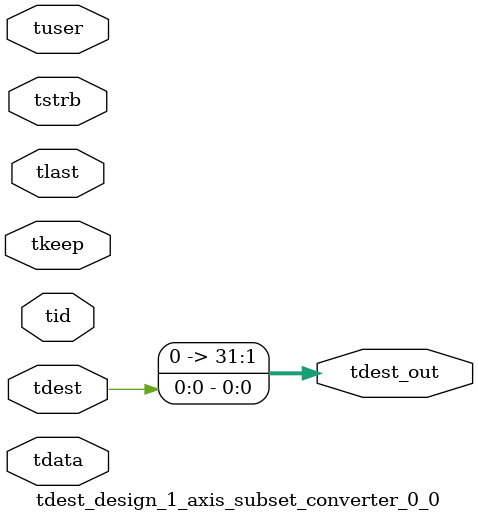
<source format=v>


`timescale 1ps/1ps

module tdest_design_1_axis_subset_converter_0_0 #
(
parameter C_S_AXIS_TDATA_WIDTH = 32,
parameter C_S_AXIS_TUSER_WIDTH = 0,
parameter C_S_AXIS_TID_WIDTH   = 0,
parameter C_S_AXIS_TDEST_WIDTH = 0,
parameter C_M_AXIS_TDEST_WIDTH = 32
)
(
input  [(C_S_AXIS_TDATA_WIDTH == 0 ? 1 : C_S_AXIS_TDATA_WIDTH)-1:0     ] tdata,
input  [(C_S_AXIS_TUSER_WIDTH == 0 ? 1 : C_S_AXIS_TUSER_WIDTH)-1:0     ] tuser,
input  [(C_S_AXIS_TID_WIDTH   == 0 ? 1 : C_S_AXIS_TID_WIDTH)-1:0       ] tid,
input  [(C_S_AXIS_TDEST_WIDTH == 0 ? 1 : C_S_AXIS_TDEST_WIDTH)-1:0     ] tdest,
input  [(C_S_AXIS_TDATA_WIDTH/8)-1:0 ] tkeep,
input  [(C_S_AXIS_TDATA_WIDTH/8)-1:0 ] tstrb,
input                                                                    tlast,
output [C_M_AXIS_TDEST_WIDTH-1:0] tdest_out
);

assign tdest_out = {tdest[0:0]};

endmodule


</source>
